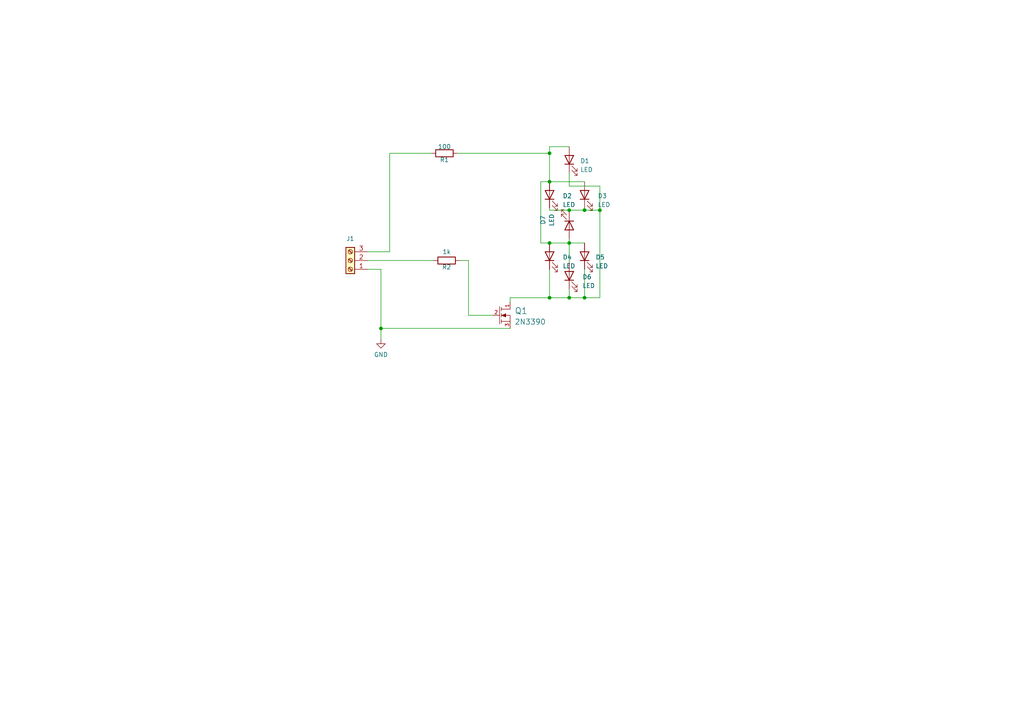
<source format=kicad_sch>
(kicad_sch (version 20230121) (generator eeschema)
  (paper "A4")
  (title_block (title "Display led ") (date "3/11/2023") (comment 1 "Materia:------") (comment 2 "grupo: Yolli Benjamin") (comment 3 "prof.: Gabriel Martinez"))
  (lib_symbols
    (symbol "Connector:Screw_Terminal_01x03" (pin_names (offset 1.016) hide)
      (property "Reference" "J" (at 0 5.08 0))
      (property "Value" "Screw_Terminal_01x03" (at 0 -5.08 0))
      (symbol "Screw_Terminal_01x03_1_1"
        (rectangle (start -1.27 3.81) (end 1.27 -3.81) (stroke (width 0.254)) (fill (type background)))
        (circle (center 0 -2.54) (radius 0.635) (stroke (width 0.1524)))
        (polyline (pts (xy -0.5334 -2.2098) (xy 0.3302 -3.048)) (stroke (width 0.1524)))
        (polyline (pts (xy -0.5334 0.3302) (xy 0.3302 -0.508)) (stroke (width 0.1524)))
        (polyline (pts (xy -0.5334 2.8702) (xy 0.3302 2.032)) (stroke (width 0.1524)))
        (polyline (pts (xy -0.3556 -2.032) (xy 0.508 -2.8702)) (stroke (width 0.1524)))
        (polyline (pts (xy -0.3556 0.508) (xy 0.508 -0.3302)) (stroke (width 0.1524)))
        (polyline (pts (xy -0.3556 3.048) (xy 0.508 2.2098)) (stroke (width 0.1524)))
        (circle (center 0 0) (radius 0.635) (stroke (width 0.1524)))
        (circle (center 0 2.54) (radius 0.635) (stroke (width 0.1524)))
        (pin passive line (at -5.08 2.54 0) (length 3.81) (name "Pin_1") (number "1"))
        (pin passive line (at -5.08 0 0) (length 3.81) (name "Pin_2") (number "2"))
        (pin passive line (at -5.08 -2.54 0) (length 3.81) (name "Pin_3") (number "3"))
      )
    )
    (symbol "Device:LED" (pin_numbers hide) (pin_names (offset 1.016) hide)
      (property "Reference" "D" (at 0 2.54 0))
      (property "Value" "LED" (at 0 -2.54 0))
      (symbol "LED_0_1"
        (polyline (pts (xy -1.27 -1.27) (xy -1.27 1.27)) (stroke (width 0.254)))
        (polyline (pts (xy -1.27 0) (xy 1.27 0)))
        (polyline (pts (xy 1.27 -1.27) (xy 1.27 1.27) (xy -1.27 0) (xy 1.27 -1.27)) (stroke (width 0.254)))
        (polyline (pts (xy -3.048 -0.762) (xy -4.572 -2.286) (xy -3.81 -2.286) (xy -4.572 -2.286) (xy -4.572 -1.524)))
        (polyline (pts (xy -1.778 -0.762) (xy -3.302 -2.286) (xy -2.54 -2.286) (xy -3.302 -2.286) (xy -3.302 -1.524)))
      )
      (symbol "LED_1_1"
        (pin passive line (at -3.81 0 0) (length 2.54) (name "K") (number "1"))
        (pin passive line (at 3.81 0 180) (length 2.54) (name "A") (number "2"))
      )
    )
    (symbol "Device:R" (pin_numbers hide) (pin_names (offset 0))
      (property "Reference" "R" (at 2.032 0 90))
      (property "Value" "R" (at 0 0 90))
      (symbol "R_0_1"
        (rectangle (start -1.016 -2.54) (end 1.016 2.54) (stroke (width 0.254)))
      )
      (symbol "R_1_1"
        (pin passive line (at 0 3.81 270) (length 1.27) (name "~") (number "1"))
        (pin passive line (at 0 -3.81 90) (length 1.27) (name "~") (number "2"))
      )
    )
    (symbol "EESTN5:2N7000" (pin_names (offset 0.762) hide)
      (property "Reference" "Q" (at -2.4638 6.35 0))
      (property "Value" "2N7000" (at 0 -6.35 0))
      (symbol "2N7000_0_1"
        (polyline (pts (xy -0.508 2.54) (xy -0.508 -2.54) (xy -0.508 -2.54)) (fill (type outline)))
        (polyline (pts (xy 0 -2.286) (xy 0 -1.27) (xy 0 -1.27)) (fill (type outline)))
        (polyline (pts (xy 0 -0.508) (xy 0 0.508) (xy 0 0.508)) (fill (type outline)))
        (polyline (pts (xy 0 1.27) (xy 0 2.286) (xy 0 2.286)) (fill (type outline)))
        (polyline (pts (xy 0 1.778) (xy 2.54 1.778) (xy 2.54 1.778)))
        (polyline (pts (xy 1.27 0.508) (xy 1.27 -0.508) (xy 0 0) (xy 0 0)) (fill (type outline)))
        (polyline (pts (xy 0 -1.778) (xy 2.54 -1.778) (xy 2.54 0) (xy 1.27 0) (xy 1.27 0)))
      )
      (symbol "2N7000_1_1"
        (pin passive line (at 2.54 3.81 270) (length 2.032) (name "D") (number "1"))
        (pin input line (at -2.54 0 0) (length 2.032) (name "G") (number "2"))
        (pin passive line (at 2.54 -3.81 90) (length 2.032) (name "S") (number "3"))
      )
    )
    (symbol "power:GND" (power) (pin_names (offset 0))
      (property "Value" "GND" (at 0 -3.81 0))
      (symbol "GND_0_1"
        (polyline (pts (xy 0 0) (xy 0 -1.27) (xy 1.27 -1.27) (xy 0 -2.54) (xy -1.27 -1.27) (xy 0 -1.27)))
      )
      (symbol "GND_1_1"
        (pin power_in line (at 0 0 270) (length 0) hide (name "GND") (number "1"))
      )
    )
  )
  (junction (at 173.99 60.96))
  (junction (at 165.1 60.96))
  (junction (at 159.385 86.36))
  (junction (at 159.385 52.705))
  (junction (at 169.545 86.36))
  (junction (at 169.545 60.96))
  (junction (at 110.49 95.25))
  (junction (at 159.385 44.45))
  (junction (at 165.1 70.485))
  (junction (at 159.385 70.485))
  (junction (at 165.1 86.36))
  (wire (pts (xy 110.49 78.105) (xy 110.49 95.25)))
  (wire (pts (xy 165.1 53.975) (xy 165.1 50.165)))
  (wire (pts (xy 165.1 70.485) (xy 169.545 70.485)))
  (wire (pts (xy 165.1 60.96) (xy 169.545 60.96)))
  (wire (pts (xy 159.385 42.545) (xy 159.385 44.45)))
  (wire (pts (xy 147.955 86.36) (xy 159.385 86.36)))
  (wire (pts (xy 135.89 91.44) (xy 142.875 91.44)))
  (wire (pts (xy 165.1 83.82) (xy 165.1 86.36)))
  (wire (pts (xy 159.385 52.705) (xy 169.545 52.705)))
  (wire (pts (xy 159.385 70.485) (xy 165.1 70.485)))
  (wire (pts (xy 159.385 60.96) (xy 165.1 60.96)))
  (wire (pts (xy 169.545 60.96) (xy 173.99 60.96)))
  (wire (pts (xy 173.99 60.96) (xy 173.99 86.36)))
  (wire (pts (xy 159.385 44.45) (xy 159.385 52.705)))
  (wire (pts (xy 169.545 86.36) (xy 173.99 86.36)))
  (wire (pts (xy 169.545 78.105) (xy 169.545 86.36)))
  (wire (pts (xy 135.89 75.565) (xy 133.35 75.565)))
  (wire (pts (xy 147.955 87.63) (xy 147.955 86.36)))
  (wire (pts (xy 173.99 53.975) (xy 165.1 53.975)))
  (wire (pts (xy 156.845 70.485) (xy 159.385 70.485)))
  (wire (pts (xy 169.545 60.325) (xy 169.545 60.96)))
  (wire (pts (xy 165.1 69.215) (xy 165.1 70.485)))
  (wire (pts (xy 113.03 73.025) (xy 113.03 44.45)))
  (wire (pts (xy 165.1 86.36) (xy 169.545 86.36)))
  (wire (pts (xy 156.845 52.705) (xy 156.845 70.485)))
  (wire (pts (xy 159.385 78.105) (xy 159.385 86.36)))
  (wire (pts (xy 110.49 95.25) (xy 110.49 98.425)))
  (wire (pts (xy 173.99 60.96) (xy 173.99 53.975)))
  (wire (pts (xy 159.385 42.545) (xy 165.1 42.545)))
  (wire (pts (xy 165.1 70.485) (xy 165.1 76.2)))
  (wire (pts (xy 159.385 86.36) (xy 165.1 86.36)))
  (wire (pts (xy 165.1 60.96) (xy 165.1 61.595)))
  (wire (pts (xy 113.03 44.45) (xy 125.095 44.45)))
  (wire (pts (xy 132.715 44.45) (xy 159.385 44.45)))
  (wire (pts (xy 106.68 78.105) (xy 110.49 78.105)))
  (wire (pts (xy 106.68 73.025) (xy 113.03 73.025)))
  (wire (pts (xy 110.49 95.25) (xy 147.955 95.25)))
  (wire (pts (xy 159.385 60.325) (xy 159.385 60.96)))
  (wire (pts (xy 106.68 75.565) (xy 125.73 75.565)))
  (wire (pts (xy 135.89 91.44) (xy 135.89 75.565)))
  (wire (pts (xy 156.845 52.705) (xy 159.385 52.705)))
  (symbol (lib_id "Device:LED") (at 169.545 74.295 90) (unit 1)
    (property "Reference" "D5" (at 172.72 74.6125 90) (effects (justify right)))
    (property "Value" "LED" (at 172.72 77.1525 90) (effects (justify right)))
    (property "Footprint" "LED_THT:LED_D5.0mm" (effects hide))
  )
  (symbol (lib_id "Device:LED") (at 165.1 46.355 90) (unit 1)
    (property "Reference" "D1" (at 168.275 46.6725 90) (effects (justify right)))
    (property "Value" "LED" (at 168.275 49.2125 90) (effects (justify right)))
    (property "Footprint" "LED_THT:LED_D5.0mm" (effects hide))
  )
  (symbol (lib_id "power:GND") (at 110.49 98.425 0) (unit 1)
    (property "Reference" "#PWR01" (effects hide))
    (property "Value" "GND" (at 110.49 102.87 0))
  )
  (symbol (lib_id "Connector:Screw_Terminal_01x03") (at 101.6 75.565 180) (unit 1)
    (property "Reference" "J1" (at 101.6 69.215 0))
    (property "Value" "Screw_Terminal_01x03" (effects hide))
    (property "Footprint" "Connector_PinHeader_2.54mm:PinHeader_1x03_P2.54mm_Vertical" (effects hide))
  )
  (symbol (lib_id "Device:R") (at 128.905 44.45 90) (unit 1)
    (property "Reference" "R1" (at 128.905 46.355 90))
    (property "Value" "100" (at 128.905 42.545 90))
    (property "Footprint" "Resistor_THT:R_Axial_DIN0207_L6.3mm_D2.5mm_P10.16mm_Horizontal" (effects hide))
  )
  (symbol (lib_id "Device:R") (at 129.54 75.565 90) (unit 1)
    (property "Reference" "R2" (at 129.54 77.47 90))
    (property "Value" "1k" (at 129.54 73.025 90))
    (property "Footprint" "Resistor_THT:R_Axial_DIN0207_L6.3mm_D2.5mm_P10.16mm_Horizontal" (effects hide))
  )
  (symbol (lib_id "Device:LED") (at 159.385 74.295 90) (unit 1)
    (property "Reference" "D4" (at 163.195 74.6125 90) (effects (justify right)))
    (property "Value" "LED" (at 163.195 77.1525 90) (effects (justify right)))
    (property "Footprint" "LED_THT:LED_D5.0mm" (effects hide))
  )
  (symbol (lib_id "Device:LED") (at 169.545 56.515 90) (unit 1)
    (property "Reference" "D3" (at 173.355 56.8325 90) (effects (justify right)))
    (property "Value" "LED" (at 173.355 59.3725 90) (effects (justify right)))
    (property "Footprint" "LED_THT:LED_D5.0mm" (effects hide))
  )
  (symbol (lib_id "Device:LED") (at 165.1 65.405 270) (unit 1)
    (property "Reference" "D7" (at 157.48 63.8175 0))
    (property "Value" "LED" (at 160.02 63.8175 0))
    (property "Footprint" "LED_THT:LED_D5.0mm" (effects hide))
  )
  (symbol (lib_id "Device:LED") (at 165.1 80.01 90) (unit 1)
    (property "Reference" "D6" (at 168.91 80.3275 90) (effects (justify right)))
    (property "Value" "LED" (at 168.91 82.8675 90) (effects (justify right)))
    (property "Footprint" "LED_THT:LED_D5.0mm" (effects hide))
  )
  (symbol (lib_id "Device:LED") (at 159.385 56.515 90) (unit 1)
    (property "Reference" "D2" (at 163.195 56.8325 90) (effects (justify right)))
    (property "Value" "LED" (at 163.195 59.3725 90) (effects (justify right)))
    (property "Footprint" "LED_THT:LED_D5.0mm" (effects hide))
  )
  (symbol (lib_id "EESTN5:2N7000") (at 145.415 91.44 0) (unit 1)
    (property "Reference" "Q1" (at 149.225 90.17 0) (effects (font (size 1.778 1.778)) (justify left)))
    (property "Value" "2N3390" (at 149.225 93.345 0) (effects (font (size 1.524 1.524)) (justify left)))
    (property "Footprint" "Package_TO_SOT_THT:TO-92_Inline" (effects hide))
    (property "Datasheet" "http://www.onsemi.com/pub_link/Collateral/2N7000-D.PDF" (effects hide))
  )
)
</source>
